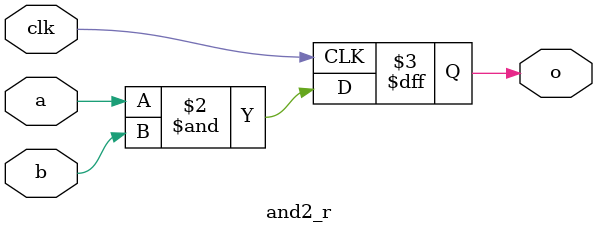
<source format=v>
module and2_r(
    input a,
    input b,
    input clk,
    output reg o
);

always @ (posedge clk) begin
    o <= a & b;
end

endmodule
</source>
